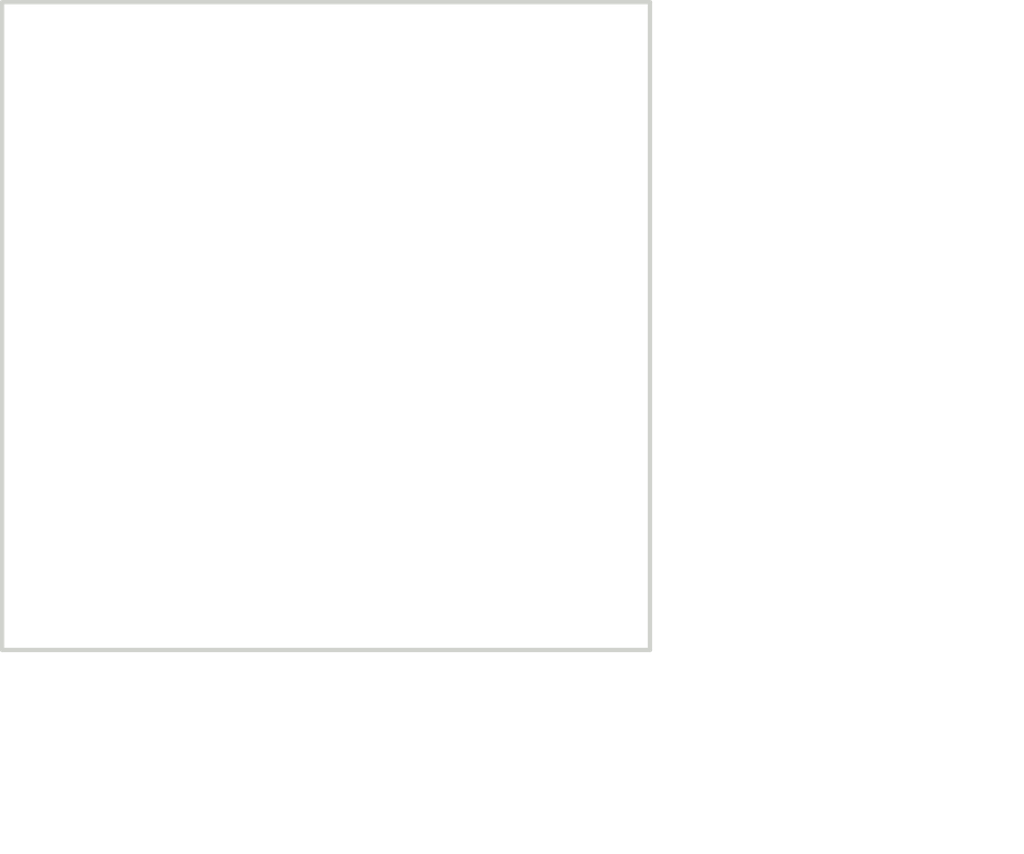
<source format=kicad_pcb>
(kicad_pcb
	(version 20241229)
	(generator "pcbnew")
	(generator_version "9.0")
	(general
		(thickness 1.6)
		(legacy_teardrops no)
	)
	(paper "A4")
	(layers
		(0 "F.Cu" signal)
		(2 "B.Cu" signal)
		(9 "F.Adhes" user "F.Adhesive")
		(11 "B.Adhes" user "B.Adhesive")
		(13 "F.Paste" user)
		(15 "B.Paste" user)
		(5 "F.SilkS" user "F.Silkscreen")
		(7 "B.SilkS" user "B.Silkscreen")
		(1 "F.Mask" user)
		(3 "B.Mask" user)
		(17 "Dwgs.User" user "User.Drawings")
		(19 "Cmts.User" user "User.Comments")
		(21 "Eco1.User" user "User.Eco1")
		(23 "Eco2.User" user "User.Eco2")
		(25 "Edge.Cuts" user)
		(27 "Margin" user)
		(31 "F.CrtYd" user "F.Courtyard")
		(29 "B.CrtYd" user "B.Courtyard")
		(35 "F.Fab" user)
		(33 "B.Fab" user)
		(39 "User.1" user)
		(41 "User.2" user)
		(43 "User.3" user)
		(45 "User.4" user)
		(47 "User.5" user)
		(49 "User.6" user)
		(51 "User.7" user)
		(53 "User.8" user)
		(55 "User.9" user)
	)
	(setup
		(pad_to_mask_clearance 0)
		(allow_soldermask_bridges_in_footprints no)
		(tenting front back)
		(pcbplotparams
			(layerselection 0x00000000_00000000_55555555_5755f5ff)
			(plot_on_all_layers_selection 0x00000000_00000000_00000000_00000000)
			(disableapertmacros no)
			(usegerberextensions no)
			(usegerberattributes yes)
			(usegerberadvancedattributes yes)
			(creategerberjobfile yes)
			(dashed_line_dash_ratio 12.000000)
			(dashed_line_gap_ratio 3.000000)
			(svgprecision 4)
			(plotframeref no)
			(mode 1)
			(useauxorigin no)
			(hpglpennumber 1)
			(hpglpenspeed 20)
			(hpglpendiameter 15.000000)
			(pdf_front_fp_property_popups yes)
			(pdf_back_fp_property_popups yes)
			(pdf_metadata yes)
			(pdf_single_document no)
			(dxfpolygonmode yes)
			(dxfimperialunits yes)
			(dxfusepcbnewfont yes)
			(psnegative no)
			(psa4output no)
			(plot_black_and_white yes)
			(plotinvisibletext no)
			(sketchpadsonfab no)
			(plotpadnumbers no)
			(hidednponfab no)
			(sketchdnponfab yes)
			(crossoutdnponfab yes)
			(subtractmaskfromsilk no)
			(outputformat 1)
			(mirror no)
			(drillshape 1)
			(scaleselection 1)
			(outputdirectory "")
		)
	)
	(net 0 "")
	(gr_line
		(start 100 130)
		(end 130 130)
		(stroke
			(width 0.2)
			(type solid)
		)
		(locked yes)
		(layer "Edge.Cuts")
		(uuid "1828ff71-6293-46df-bcbd-19aa4729dacf")
	)
	(gr_line
		(start 100 130)
		(end 100 100)
		(stroke
			(width 0.2)
			(type solid)
		)
		(locked yes)
		(layer "Edge.Cuts")
		(uuid "7e186e49-42cd-42e5-bdb0-535346c32fc5")
	)
	(gr_line
		(start 130 130)
		(end 130 100)
		(stroke
			(width 0.2)
			(type solid)
		)
		(locked yes)
		(layer "Edge.Cuts")
		(uuid "a2f3fc38-7027-4faa-a94b-f4ef27312db7")
	)
	(gr_line
		(start 100 100)
		(end 130 100)
		(stroke
			(width 0.2)
			(type solid)
		)
		(locked yes)
		(layer "Edge.Cuts")
		(uuid "c579131c-1321-4c9c-a9cf-d07f526840ba")
	)
	(dimension
		(type aligned)
		(locked yes)
		(layer "User.1")
		(uuid "03705e21-3da9-48bd-b73e-d7889f21cc5e")
		(pts
			(xy 130 100) (xy 130 130)
		)
		(height -11.6304)
		(format
			(prefix "")
			(suffix "")
			(units 3)
			(units_format 1)
			(precision 4)
		)
		(style
			(thickness 0.2)
			(arrow_length 1.27)
			(text_position_mode 0)
			(arrow_direction outward)
			(extension_height 0.58642)
			(extension_offset 0.5)
			(keep_text_aligned yes)
		)
		(gr_text "30.0000 mm"
			(locked yes)
			(at 139.8304 115 90)
			(layer "User.1")
			(uuid "03705e21-3da9-48bd-b73e-d7889f21cc5e")
			(effects
				(font
					(size 1.5 1.5)
					(thickness 0.3)
				)
			)
		)
	)
	(dimension
		(type aligned)
		(locked yes)
		(layer "User.1")
		(uuid "fafb9b9c-e1dd-4a95-a717-8f0377d2c50c")
		(pts
			(xy 100 130) (xy 130 130)
		)
		(height 8.7856)
		(format
			(prefix "")
			(suffix "")
			(units 3)
			(units_format 1)
			(precision 4)
		)
		(style
			(thickness 0.2)
			(arrow_length 1.27)
			(text_position_mode 0)
			(arrow_direction outward)
			(extension_height 0.58642)
			(extension_offset 0.5)
			(keep_text_aligned yes)
		)
		(gr_text "30.0000 mm"
			(locked yes)
			(at 115 136.9856 0)
			(layer "User.1")
			(uuid "fafb9b9c-e1dd-4a95-a717-8f0377d2c50c")
			(effects
				(font
					(size 1.5 1.5)
					(thickness 0.3)
				)
			)
		)
	)
	(embedded_fonts no)
)

</source>
